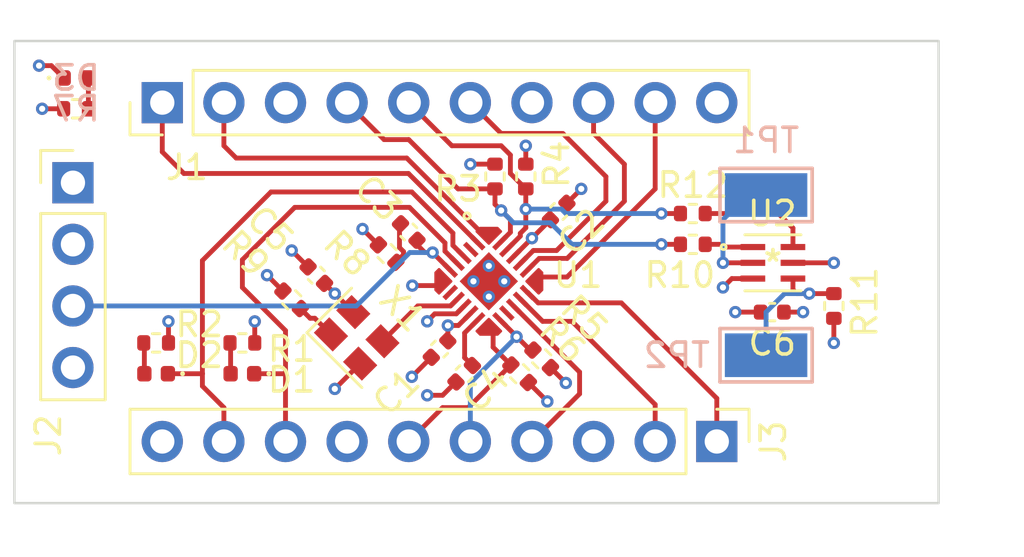
<source format=kicad_pcb>
(kicad_pcb (version 20211014) (generator pcbnew)
  (layers (0 "F.Cu" signal) (1 "In1.Cu" signal) (2 "In2.Cu" signal) (31 "B.Cu" signal) (34 "B.Paste" user) (35 "F.Paste" user) (36 "B.SilkS" user "B.Silkscreen") (37 "F.SilkS" user "F.Silkscreen") (38 "B.Mask" user) (39 "F.Mask" user) (44 "Edge.Cuts" user))
  (net 0 "")
  (net 1 "+3V3")
  (net 2 "GND")
  (net 3 "/RSTN")
  (net 4 "Net-(C3-Pad2)")
  (net 5 "Net-(C4-Pad1)")
  (net 6 "/P0.0")
  (net 7 "/P0.1")
  (net 8 "/P0.2")
  (net 9 "/P0.3")
  (net 10 "/P0.4")
  (net 11 "/P0.5")
  (net 12 "/P0.6")
  (net 13 "/P0.7")
  (net 14 "/P0.10")
  (net 15 "/P0.11")
  (net 16 "/P0.8")
  (net 17 "/P0.9")
  (net 18 "/P0.13")
  (net 19 "/P0.12")
  (net 20 "Net-(D3-Pad2)")
  (net 23 "Net-(U1-Pad9)")
  (net 25 "Net-(R9-Pad2)")
  (net 26 "Net-(TP1-Pad1)")
  (net 27 "Net-(R10-Pad2)")
  (net 28 "Net-(D1-Pad2)")
  (net 29 "Net-(D2-Pad2)")
  (net 30 "Net-(R11-Pad2)")
  (net 31 "Net-(R12-Pad2)")
  (footprint "Connector_PinHeader_2.54mm:PinHeader_1x04_P2.54mm_Vertical" (layer "F.Cu") (at 129.413 101.092)
    (fp_text reference "J2" (at -1.016 10.414 90) (layer "F.SilkS"))
    (fp_text value "Conn_01x04_Male")
    (fp_line (start -1.33 1.27) (end 1.33 1.27) (layer "F.SilkS") (width 0.12))
    (fp_line (start -1.33 1.27) (end -1.33 8.95) (layer "F.SilkS") (width 0.12))
    (fp_line (start -1.33 -1.33) (end 0 -1.33) (layer "F.SilkS") (width 0.12))
    (fp_line (start -1.33 8.95) (end 1.33 8.95) (layer "F.SilkS") (width 0.12))
    (fp_line (start -1.33 0) (end -1.33 -1.33) (layer "F.SilkS") (width 0.12))
    (fp_line (start 1.33 1.27) (end 1.33 8.95) (layer "F.SilkS") (width 0.12))
    (pad "1" thru_hole rect locked (at 0 0) (size 1.7 1.7) (drill 1) (layers *.Cu *.Mask) (net 1 "+3V3"))
    (pad "2" thru_hole oval locked (at 0 2.54) (size 1.7 1.7) (drill 1) (layers *.Cu *.Mask) (net 2 "GND"))
    (pad "3" thru_hole oval locked (at 0 5.08) (size 1.7 1.7) (drill 1) (layers *.Cu *.Mask) (net 3 "/RSTN"))
    (pad "4" thru_hole oval locked (at 0 7.62) (size 1.7 1.7) (drill 1) (layers *.Cu *.Mask) (net 2 "GND"))
  )
  (footprint "Connector_PinHeader_2.54mm:PinHeader_1x10_P2.54mm_Vertical" (layer "F.Cu") (at 155.956 111.76 -90)
    (fp_text reference "J3" (at 0 -2.33 90) (layer "F.SilkS"))
    (fp_text value "Conn_01x10_Male")
    (fp_line (start -1.33 1.27) (end -1.33 24.19) (layer "F.SilkS") (width 0.12))
    (fp_line (start -1.33 -1.33) (end 0 -1.33) (layer "F.SilkS") (width 0.12))
    (fp_line (start -1.33 24.19) (end 1.33 24.19) (layer "F.SilkS") (width 0.12))
    (fp_line (start 1.33 1.27) (end 1.33 24.19) (layer "F.SilkS") (width 0.12))
    (fp_line (start -1.33 1.27) (end 1.33 1.27) (layer "F.SilkS") (width 0.12))
    (fp_line (start -1.33 0) (end -1.33 -1.33) (layer "F.SilkS") (width 0.12))
    (pad "1" thru_hole rect locked (at 0 0 270) (size 1.7 1.7) (drill 1) (layers *.Cu *.Mask) (net 13 "/P0.7"))
    (pad "2" thru_hole oval locked (at 0 2.54 270) (size 1.7 1.7) (drill 1) (layers *.Cu *.Mask) (net 14 "/P0.10"))
    (pad "3" thru_hole oval locked (at 0 5.08 270) (size 1.7 1.7) (drill 1) (layers *.Cu *.Mask) (net 2 "GND"))
    (pad "4" thru_hole oval locked (at 0 7.62 270) (size 1.7 1.7) (drill 1) (layers *.Cu *.Mask) (net 15 "/P0.11"))
    (pad "5" thru_hole oval locked (at 0 10.16 270) (size 1.7 1.7) (drill 1) (layers *.Cu *.Mask) (net 16 "/P0.8"))
    (pad "6" thru_hole oval locked (at 0 12.7 270) (size 1.7 1.7) (drill 1) (layers *.Cu *.Mask) (net 17 "/P0.9"))
    (pad "7" thru_hole oval locked (at 0 15.24 270) (size 1.7 1.7) (drill 1) (layers *.Cu *.Mask) (net 2 "GND"))
    (pad "8" thru_hole oval locked (at 0 17.78 270) (size 1.7 1.7) (drill 1) (layers *.Cu *.Mask) (net 19 "/P0.12"))
    (pad "9" thru_hole oval locked (at 0 20.32 270) (size 1.7 1.7) (drill 1) (layers *.Cu *.Mask) (net 18 "/P0.13"))
    (pad "10" thru_hole oval locked (at 0 22.86 270) (size 1.7 1.7) (drill 1) (layers *.Cu *.Mask) (net 2 "GND"))
  )
  (footprint "Resistor_SMD:R_0402_1005Metric" (layer "F.Cu") (at 148.737376 108.351376 135)
    (fp_text reference "R5" (at -0.060987 2.424669 135) (layer "F.SilkS"))
    (fp_text value "10k")
    (fp_line (start -0.153641 0.38) (end 0.153641 0.38) (layer "F.SilkS") (width 0.12))
    (fp_line (start -0.153641 -0.38) (end 0.153641 -0.38) (layer "F.SilkS") (width 0.12))
    (pad "1" smd roundrect locked (at -0.51 0 135) (size 0.54 0.64) (layers "F.Cu" "F.Paste" "F.Mask") (net 1 "+3V3"))
    (pad "2" smd roundrect locked (at 0.51 0 135) (size 0.54 0.64) (layers "F.Cu" "F.Paste" "F.Mask") (net 16 "/P0.8"))
  )
  (footprint "LED_SMD:LED_0402_1005Metric" (layer "F.Cu") (at 129.517 96.774)
    (fp_text reference "D3" (at 0.023 0) (layer "B.SilkS") (effects (justify mirror)))
    (fp_text value "GRN")
    (fp_circle (center -1.09 0) (end -1.04 0) (layer "F.SilkS") (width 0.1) (fill none))
    (pad "1" smd roundrect locked (at -0.485 0) (size 0.59 0.64) (layers "F.Cu" "F.Paste" "F.Mask") (net 2 "GND"))
    (pad "2" smd roundrect locked (at 0.485 0) (size 0.59 0.64) (layers "F.Cu" "F.Paste" "F.Mask") (net 20 "Net-(D3-Pad2)"))
  )
  (footprint "Resistor_SMD:R_0402_1005Metric" (layer "F.Cu") (at 132.842 107.696 180)
    (fp_text reference "R2" (at -1.778 0.762) (layer "F.SilkS"))
    (fp_text value "10k")
    (fp_line (start -0.153641 0.38) (end 0.153641 0.38) (layer "F.SilkS") (width 0.12))
    (fp_line (start -0.153641 -0.38) (end 0.153641 -0.38) (layer "F.SilkS") (width 0.12))
    (pad "1" smd roundrect locked (at -0.51 0 180) (size 0.54 0.64) (layers "F.Cu" "F.Paste" "F.Mask") (net 1 "+3V3"))
    (pad "2" smd roundrect locked (at 0.51 0 180) (size 0.54 0.64) (layers "F.Cu" "F.Paste" "F.Mask") (net 29 "Net-(D2-Pad2)"))
  )
  (footprint "Resistor_SMD:R_0402_1005Metric" (layer "F.Cu") (at 138.43 105.918 -45)
    (fp_text reference "R9" (at -2.694077 0 135) (layer "F.SilkS"))
    (fp_text value "10k")
    (fp_line (start -0.153641 -0.38) (end 0.153641 -0.38) (layer "F.SilkS") (width 0.12))
    (fp_line (start -0.153641 0.38) (end 0.153641 0.38) (layer "F.SilkS") (width 0.12))
    (pad "1" smd roundrect locked (at -0.51 0 315) (size 0.54 0.64) (layers "F.Cu" "F.Paste" "F.Mask") (net 1 "+3V3"))
    (pad "2" smd roundrect locked (at 0.51 0 315) (size 0.54 0.64) (layers "F.Cu" "F.Paste" "F.Mask") (net 25 "Net-(R9-Pad2)"))
  )
  (footprint "Capacitor_SMD:C_0402_1005Metric" (layer "F.Cu") (at 144.526 107.95 -135)
    (fp_text reference "C1" (at 2.514472 0 45) (layer "F.SilkS"))
    (fp_text value "1u")
    (fp_line (start -0.107836 0.36) (end 0.107836 0.36) (layer "F.SilkS") (width 0.12))
    (fp_line (start -0.107836 -0.36) (end 0.107836 -0.36) (layer "F.SilkS") (width 0.12))
    (pad "1" smd roundrect locked (at -0.48 0 225) (size 0.56 0.62) (layers "F.Cu" "F.Paste" "F.Mask") (net 1 "+3V3"))
    (pad "2" smd roundrect locked (at 0.48 0 225) (size 0.56 0.62) (layers "F.Cu" "F.Paste" "F.Mask") (net 2 "GND"))
  )
  (footprint "Resistor_SMD:R_0402_1005Metric" (layer "F.Cu") (at 148.082 100.836001 -90)
    (fp_text reference "R4" (at -0.506001 -1.27 90) (layer "F.SilkS"))
    (fp_text value "10k")
    (fp_line (start -0.153641 0.38) (end 0.153641 0.38) (layer "F.SilkS") (width 0.12))
    (fp_line (start -0.153641 -0.38) (end 0.153641 -0.38) (layer "F.SilkS") (width 0.12))
    (pad "1" smd roundrect locked (at -0.51 0 270) (size 0.54 0.64) (layers "F.Cu" "F.Paste" "F.Mask") (net 1 "+3V3"))
    (pad "2" smd roundrect locked (at 0.51 0 270) (size 0.54 0.64) (layers "F.Cu" "F.Paste" "F.Mask") (net 9 "/P0.3"))
  )
  (footprint "Resistor_SMD:R_0402_1005Metric" (layer "F.Cu") (at 160.782 106.174 90)
    (fp_text reference "R11" (at 0.153641 1.27 90) (layer "F.SilkS"))
    (fp_text value "10k")
    (fp_line (start -0.153641 -0.38) (end 0.153641 -0.38) (layer "F.SilkS") (width 0.12))
    (fp_line (start -0.153641 0.38) (end 0.153641 0.38) (layer "F.SilkS") (width 0.12))
    (pad "1" smd roundrect locked (at -0.51 0 90) (size 0.54 0.64) (layers "F.Cu" "F.Paste" "F.Mask") (net 1 "+3V3"))
    (pad "2" smd roundrect locked (at 0.51 0 90) (size 0.54 0.64) (layers "F.Cu" "F.Paste" "F.Mask") (net 30 "Net-(R11-Pad2)"))
  )
  (footprint "footprints:MAX32660GTG&plus_" (layer "F.Cu") (at 146.558 105.156 -45)
    (fp_text reference "U1" (at 2.424669 -2.783879 180) (layer "F.SilkS"))
    (fp_text value "MAX32660GTG+")
    (fp_poly (pts (xy -1.8056 1.0984) (xy -1.0944 1.0984) (xy -1.0984 1.8056) (xy -1.3016 1.8056) (xy -1.8056 1.3016)) (layer "F.Cu") (width 0.1) (fill solid))
    (fp_poly (pts (xy -1.0984 -1.8056) (xy -1.0984 -1.0984) (xy -1.8056 -1.0984) (xy -1.8056 -1.3016) (xy -1.3016 -1.8056)) (layer "F.Cu") (width 0.1) (fill solid))
    (fp_poly (pts (xy 1.0984 1.8056) (xy 1.0986 1.0986) (xy 1.8056 1.0984) (xy 1.8056 1.3016) (xy 1.3016 1.8056)) (layer "F.Cu") (width 0.1) (fill solid))
    (fp_poly (pts (xy 1.0984 -1.8056) (xy 1.0986 -1.0984) (xy 1.8056 -1.0984) (xy 1.8056 -1.3016) (xy 1.3016 -1.8056)) (layer "F.Cu") (width 0.1) (fill solid))
    (fp_circle (center -2.54 -1.27) (end -2.413 -1.27) (layer "F.SilkS") (width 0.12) (fill none))
    (pad "1" smd rect (at -1.45 -1.2 315) (size 0.7112 0.2032) (layers "F.Cu" "F.Paste" "F.Mask") (net 7 "/P0.1"))
    (pad "2" smd rect (at -1.45 -0.800001 315) (size 0.7112 0.2032) (layers "F.Cu" "F.Paste" "F.Mask") (net 6 "/P0.0"))
    (pad "3" smd rect (at -1.45 -0.399999 315) (size 0.7112 0.2032) (layers "F.Cu" "F.Paste" "F.Mask"))
    (pad "4" smd rect (at -1.45 0 315) (size 0.7112 0.2032) (layers "F.Cu" "F.Paste" "F.Mask") (net 18 "/P0.13"))
    (pad "5" smd rect (at -1.45 0.399999 315) (size 0.7112 0.2032) (layers "F.Cu" "F.Paste" "F.Mask") (net 19 "/P0.12"))
    (pad "6" smd rect (at -1.45 0.800001 315) (size 0.7112 0.2032) (layers "F.Cu" "F.Paste" "F.Mask") (net 3 "/RSTN"))
    (pad "7" smd rect (at -1.2 1.45 45) (size 0.7112 0.2032) (layers "F.Cu" "F.Paste" "F.Mask") (net 2 "GND"))
    (pad "8" smd rect (at -0.800001 1.45 45) (size 0.7112 0.2032) (layers "F.Cu" "F.Paste" "F.Mask"))
    (pad "9" smd rect (at -0.399999 1.45 45) (size 0.7112 0.2032) (layers "F.Cu" "F.Paste" "F.Mask") (net 23 "Net-(U1-Pad9)"))
    (pad "10" smd rect (at 0 1.45 45) (size 0.7112 0.2032) (layers "F.Cu" "F.Paste" "F.Mask") (net 2 "GND"))
    (pad "11" smd rect (at 0.399999 1.45 45) (size 0.7112 0.2032) (layers "F.Cu" "F.Paste" "F.Mask") (net 1 "+3V3"))
    (pad "12" smd rect (at 0.800001 1.45 45) (size 0.7112 0.2032) (layers "F.Cu" "F.Paste" "F.Mask") (net 5 "Net-(C4-Pad1)"))
    (pad "13" smd rect (at 1.45 1.2 315) (size 0.7112 0.2032) (layers "F.Cu" "F.Paste" "F.Mask") (net 17 "/P0.9"))
    (pad "14" smd rect (at 1.45 0.800001 315) (size 0.7112 0.2032) (layers "F.Cu" "F.Paste" "F.Mask") (net 16 "/P0.8"))
    (pad "15" smd rect (at 1.45 0.399999 315) (size 0.7112 0.2032) (layers "F.Cu" "F.Paste" "F.Mask"))
    (pad "16" smd rect (at 1.45 0 315) (size 0.7112 0.2032) (layers "F.Cu" "F.Paste" "F.Mask") (net 15 "/P0.11"))
    (pad "17" smd rect (at 1.45 -0.399999 315) (size 0.7112 0.2032) (layers "F.Cu" "F.Paste" "F.Mask") (net 14 "/P0.10"))
    (pad "18" smd rect (at 1.45 -0.800001 315) (size 0.7112 0.2032) (layers "F.Cu" "F.Paste" "F.Mask") (net 13 "/P0.7"))
    (pad "19" smd rect (at 1.2 -1.45 45) (size 0.7112 0.2032) (layers "F.Cu" "F.Paste" "F.Mask") (net 12 "/P0.6"))
    (pad "20" smd rect (at 0.800001 -1.45 45) (size 0.7112 0.2032) (layers "F.Cu" "F.Paste" "F.Mask") (net 11 "/P0.5"))
    (pad "21" smd rect (at 0.399999 -1.45 45) (size 0.7112 0.2032) (layers "F.Cu" "F.Paste" "F.Mask") (net 10 "/P0.4"))
    (pad "22" smd rect (at 0 -1.45 45) (size 0.7112 0.2032) (layers "F.Cu" "F.Paste" "F.Mask") (net 1 "+3V3"))
    (pad "23" smd rect (at -0.399999 -1.45 45) (size 0.7112 0.2032) (layers "F.Cu" "F.Paste" "F.Mask") (net 9 "/P0.3"))
    (pad "24" smd rect (at -0.800001 -1.45 45) (size 0.7112 0.2032) (layers "F.Cu" "F.Paste" "F.Mask") (net 8 "/P0.2"))
    (pad "25" smd rect (at 0 0 315) (size 1.7018 1.7018) (layers "F.Cu" "F.Paste" "F.Mask") (net 2 "GND"))
  )
  (footprint "Resistor_SMD:R_0402_1005Metric" (layer "F.Cu") (at 154.968 103.632)
    (fp_text reference "R10" (at -0.536 1.27) (layer "F.SilkS"))
    (fp_text value "10k")
    (fp_line (start -0.153641 0.38) (end 0.153641 0.38) (layer "F.SilkS") (width 0.12))
    (fp_line (start -0.153641 -0.38) (end 0.153641 -0.38) (layer "F.SilkS") (width 0.12))
    (pad "1" smd roundrect locked (at -0.51 0) (size 0.54 0.64) (layers "F.Cu" "F.Paste" "F.Mask") (net 8 "/P0.2"))
    (pad "2" smd roundrect locked (at 0.51 0) (size 0.54 0.64) (layers "F.Cu" "F.Paste" "F.Mask") (net 27 "Net-(R10-Pad2)"))
  )
  (footprint "Capacitor_SMD:C_0402_1005Metric" (layer "F.Cu") (at 139.446 104.902 135)
    (fp_text reference "C5" (at 2.694077 0 135) (layer "F.SilkS"))
    (fp_text value "0.1u")
    (fp_line (start -0.107836 0.36) (end 0.107836 0.36) (layer "F.SilkS") (width 0.12))
    (fp_line (start -0.107836 -0.36) (end 0.107836 -0.36) (layer "F.SilkS") (width 0.12))
    (pad "1" smd roundrect locked (at -0.48 0 135) (size 0.56 0.62) (layers "F.Cu" "F.Paste" "F.Mask") (net 1 "+3V3"))
    (pad "2" smd roundrect locked (at 0.48 0 135) (size 0.56 0.62) (layers "F.Cu" "F.Paste" "F.Mask") (net 2 "GND"))
  )
  (footprint "Connector_PinHeader_2.54mm:PinHeader_1x10_P2.54mm_Vertical" (layer "F.Cu") (at 133.096 97.79 90)
    (fp_text reference "J1" (at -2.667 1.016) (layer "F.SilkS"))
    (fp_text value "Conn_01x10_Male")
    (fp_line (start 1.33 1.27) (end 1.33 24.19) (layer "F.SilkS") (width 0.12))
    (fp_line (start -1.33 1.27) (end -1.33 24.19) (layer "F.SilkS") (width 0.12))
    (fp_line (start -1.33 1.27) (end 1.33 1.27) (layer "F.SilkS") (width 0.12))
    (fp_line (start -1.33 24.19) (end 1.33 24.19) (layer "F.SilkS") (width 0.12))
    (fp_line (start -1.33 -1.33) (end 0 -1.33) (layer "F.SilkS") (width 0.12))
    (fp_line (start -1.33 0) (end -1.33 -1.33) (layer "F.SilkS") (width 0.12))
    (pad "1" thru_hole rect locked (at 0 0 90) (size 1.7 1.7) (drill 1) (layers *.Cu *.Mask) (net 6 "/P0.0"))
    (pad "2" thru_hole oval locked (at 0 2.54 90) (size 1.7 1.7) (drill 1) (layers *.Cu *.Mask) (net 7 "/P0.1"))
    (pad "3" thru_hole oval locked (at 0 5.08 90) (size 1.7 1.7) (drill 1) (layers *.Cu *.Mask) (net 2 "GND"))
    (pad "4" thru_hole oval locked (at 0 7.62 90) (size 1.7 1.7) (drill 1) (layers *.Cu *.Mask) (net 8 "/P0.2"))
    (pad "5" thru_hole oval locked (at 0 10.16 90) (size 1.7 1.7) (drill 1) (layers *.Cu *.Mask) (net 9 "/P0.3"))
    (pad "6" thru_hole oval locked (at 0 12.7 90) (size 1.7 1.7) (drill 1) (layers *.Cu *.Mask) (net 10 "/P0.4"))
    (pad "7" thru_hole oval locked (at 0 15.24 90) (size 1.7 1.7) (drill 1) (layers *.Cu *.Mask) (net 2 "GND"))
    (pad "8" thru_hole oval locked (at 0 17.78 90) (size 1.7 1.7) (drill 1) (layers *.Cu *.Mask) (net 11 "/P0.5"))
    (pad "9" thru_hole oval locked (at 0 20.32 90) (size 1.7 1.7) (drill 1) (layers *.Cu *.Mask) (net 12 "/P0.6"))
    (pad "10" thru_hole oval locked (at 0 22.86 90) (size 1.7 1.7) (drill 1) (layers *.Cu *.Mask) (net 2 "GND"))
  )
  (footprint "footprints:UDFN-6L" (layer "F.Cu") (at 158.27 104.394)
    (fp_text reference "U2" (at -0.028 -2.032) (layer "F.SilkS"))
    (fp_text value "STTS751-1DP3F")
    (fp_text user "*" (at 0 0) (layer "F.SilkS"))
    (fp_line (start 1.1557 -1.1557) (end -1.1557 -1.1557) (layer "F.SilkS") (width 0.12))
    (fp_line (start -1.1557 1.1557) (end 1.1557 1.1557) (layer "F.SilkS") (width 0.12))
    (fp_circle (center -2.034286 -0.649986) (end -1.932686 -0.649986) (layer "F.SilkS") (width 0.12) (fill none))
    (pad "1" smd rect (at -0.8255 -0.649986) (size 1.016 0.254) (layers "F.Cu" "F.Paste" "F.Mask") (net 27 "Net-(R10-Pad2)"))
    (pad "2" smd rect (at -0.8255 0) (size 1.016 0.254) (layers "F.Cu" "F.Paste" "F.Mask") (net 26 "Net-(TP1-Pad1)"))
    (pad "3" smd rect (at -0.8255 0.649986) (size 1.016 0.254) (layers "F.Cu" "F.Paste" "F.Mask") (net 1 "+3V3"))
    (pad "4" smd rect (at 0.8255 0.649986) (size 1.016 0.254) (layers "F.Cu" "F.Paste" "F.Mask") (net 30 "Net-(R11-Pad2)"))
    (pad "5" smd rect (at 0.8255 0) (size 1.016 0.254) (layers "F.Cu" "F.Paste" "F.Mask") (net 2 "GND"))
    (pad "6" smd rect (at 0.8255 -0.649986) (size 1.016 0.254) (layers "F.Cu" "F.Paste" "F.Mask") (net 31 "Net-(R12-Pad2)"))
  )
  (footprint "Resistor_SMD:R_0402_1005Metric" (layer "F.Cu") (at 154.968 102.362)
    (fp_text reference "R12" (at 0 -1.17) (layer "F.SilkS"))
    (fp_text value "10k")
    (fp_line (start -0.153641 0.38) (end 0.153641 0.38) (layer "F.SilkS") (width 0.12))
    (fp_line (start -0.153641 -0.38) (end 0.153641 -0.38) (layer "F.SilkS") (width 0.12))
    (pad "1" smd roundrect locked (at -0.51 0) (size 0.54 0.64) (layers "F.Cu" "F.Paste" "F.Mask") (net 9 "/P0.3"))
    (pad "2" smd roundrect locked (at 0.51 0) (size 0.54 0.64) (layers "F.Cu" "F.Paste" "F.Mask") (net 31 "Net-(R12-Pad2)"))
  )
  (footprint "Capacitor_SMD:C_0402_1005Metric" (layer "F.Cu") (at 158.242 106.426)
    (fp_text reference "C6" (at 0 1.27) (layer "F.SilkS"))
    (fp_text value "0.1u")
    (fp_line (start -0.107836 -0.36) (end 0.107836 -0.36) (layer "F.SilkS") (width 0.12))
    (fp_line (start -0.107836 0.36) (end 0.107836 0.36) (layer "F.SilkS") (width 0.12))
    (pad "1" smd roundrect locked (at -0.48 0) (size 0.56 0.62) (layers "F.Cu" "F.Paste" "F.Mask") (net 1 "+3V3"))
    (pad "2" smd roundrect locked (at 0.48 0) (size 0.56 0.62) (layers "F.Cu" "F.Paste" "F.Mask") (net 2 "GND"))
  )
  (footprint "LED_SMD:LED_0402_1005Metric" (layer "F.Cu") (at 136.398 108.966 180)
    (fp_text reference "D1" (at -2.032 -0.254) (layer "F.SilkS"))
    (fp_text value "RED")
    (fp_circle (center -1.09 0) (end -1.04 0) (layer "F.SilkS") (width 0.1) (fill none))
    (pad "1" smd roundrect locked (at -0.485 0 180) (size 0.59 0.64) (layers "F.Cu" "F.Paste" "F.Mask") (net 19 "/P0.12"))
    (pad "2" smd roundrect locked (at 0.485 0 180) (size 0.59 0.64) (layers "F.Cu" "F.Paste" "F.Mask") (net 28 "Net-(D1-Pad2)"))
  )
  (footprint "Capacitor_SMD:C_0402_1005Metric" (layer "F.Cu") (at 149.437411 102.276589 45)
    (fp_text reference "C2" (at 0.058816 1.257236 45) (layer "F.SilkS"))
    (fp_text value "1u")
    (fp_line (start -0.107836 -0.36) (end 0.107836 -0.36) (layer "F.SilkS") (width 0.12))
    (fp_line (start -0.107836 0.36) (end 0.107836 0.36) (layer "F.SilkS") (width 0.12))
    (pad "1" smd roundrect locked (at -0.48 0 45) (size 0.56 0.62) (layers "F.Cu" "F.Paste" "F.Mask") (net 1 "+3V3"))
    (pad "2" smd roundrect locked (at 0.48 0 45) (size 0.56 0.62) (layers "F.Cu" "F.Paste" "F.Mask") (net 2 "GND"))
  )
  (footprint "Capacitor_SMD:C_0402_1005Metric" (layer "F.Cu") (at 143.256 103.124 135)
    (fp_text reference "C3" (at 1.885854 0.089803 135) (layer "F.SilkS"))
    (fp_text value "0.1u")
    (fp_line (start -0.107836 -0.36) (end 0.107836 -0.36) (layer "F.SilkS") (width 0.12))
    (fp_line (start -0.107836 0.36) (end 0.107836 0.36) (layer "F.SilkS") (width 0.12))
    (pad "1" smd roundrect locked (at -0.48 0 135) (size 0.56 0.62) (layers "F.Cu" "F.Paste" "F.Mask") (net 3 "/RSTN"))
    (pad "2" smd roundrect locked (at 0.48 0 135) (size 0.56 0.62) (layers "F.Cu" "F.Paste" "F.Mask") (net 4 "Net-(C3-Pad2)"))
  )
  (footprint "Resistor_SMD:R_0402_1005Metric" (layer "F.Cu") (at 142.367 104.013 135)
    (fp_text reference "R8" (at 1.167433 -1.167433 135) (layer "F.SilkS"))
    (fp_text value "10")
    (fp_line (start -0.153641 0.38) (end 0.153641 0.38) (layer "F.SilkS") (width 0.12))
    (fp_line (start -0.153641 -0.38) (end 0.153641 -0.38) (layer "F.SilkS") (width 0.12))
    (pad "1" smd roundrect locked (at -0.51 0 135) (size 0.54 0.64) (layers "F.Cu" "F.Paste" "F.Mask") (net 4 "Net-(C3-Pad2)"))
    (pad "2" smd roundrect locked (at 0.51 0 135) (size 0.54 0.64) (layers "F.Cu" "F.Paste" "F.Mask") (net 2 "GND"))
  )
  (footprint "Resistor_SMD:R_0402_1005Metric" (layer "F.Cu") (at 147.828 108.966 135)
    (fp_text reference "R6" (at -0.269408 2.245064 135) (layer "F.SilkS"))
    (fp_text value "10k")
    (fp_line (start -0.153641 -0.38) (end 0.153641 -0.38) (layer "F.SilkS") (width 0.12))
    (fp_line (start -0.153641 0.38) (end 0.153641 0.38) (layer "F.SilkS") (width 0.12))
    (pad "1" smd roundrect locked (at -0.51 0 135) (size 0.54 0.64) (layers "F.Cu" "F.Paste" "F.Mask") (net 1 "+3V3"))
    (pad "2" smd roundrect locked (at 0.51 0 135) (size 0.54 0.64) (layers "F.Cu" "F.Paste" "F.Mask") (net 17 "/P0.9"))
  )
  (footprint "Resistor_SMD:R_0402_1005Metric" (layer "F.Cu") (at 129.54 98.044)
    (fp_text reference "R7" (at 0 0) (layer "B.SilkS") (effects (justify mirror)))
    (fp_text value "10k")
    (fp_line (start -0.153641 -0.38) (end 0.153641 -0.38) (layer "F.SilkS") (width 0.12))
    (fp_line (start -0.153641 0.38) (end 0.153641 0.38) (layer "F.SilkS") (width 0.12))
    (pad "1" smd roundrect locked (at -0.51 0) (size 0.54 0.64) (layers "F.Cu" "F.Paste" "F.Mask") (net 1 "+3V3"))
    (pad "2" smd roundrect locked (at 0.51 0) (size 0.54 0.64) (layers "F.Cu" "F.Paste" "F.Mask") (net 20 "Net-(D3-Pad2)"))
  )
  (footprint "Oscillator:Oscillator_SMD_SeikoEpson_SG210-4Pin_2.5x2.0mm" (layer "F.Cu") (at 141.111421 107.48666 -45)
    (fp_text reference "X1" (at 0.497039 -2.176644 -225) (layer "F.SilkS"))
    (fp_text value "SG-210STF")
    (fp_line (start -1.6 1.3) (end 1.6 1.3) (layer "F.SilkS") (width 0.12))
    (fp_line (start -1.6 -1.3) (end -1.6 1.3) (layer "F.SilkS") (width 0.12))
    (pad "1" smd rect locked (at -0.85 0.65 315) (size 1.1 0.9) (layers "F.Cu" "F.Paste" "F.Mask") (net 25 "Net-(R9-Pad2)"))
    (pad "2" smd rect locked (at 0.85 0.65 315) (size 1.1 0.9) (layers "F.Cu" "F.Paste" "F.Mask") (net 2 "GND"))
    (pad "3" smd rect locked (at 0.85 -0.65 315) (size 1.1 0.9) (layers "F.Cu" "F.Paste" "F.Mask") (net 23 "Net-(U1-Pad9)"))
    (pad "4" smd rect locked (at -0.85 -0.65 315) (size 1.1 0.9) (layers "F.Cu" "F.Paste" "F.Mask") (net 1 "+3V3"))
  )
  (footprint "Resistor_SMD:R_0402_1005Metric" (layer "F.Cu") (at 136.398 107.696 180)
    (fp_text reference "R1" (at -2.032 -0.254) (layer "F.SilkS"))
    (fp_text value "10k")
    (fp_line (start -0.153641 0.38) (end 0.153641 0.38) (layer "F.SilkS") (width 0.12))
    (fp_line (start -0.153641 -0.38) (end 0.153641 -0.38) (layer "F.SilkS") (width 0.12))
    (pad "1" smd roundrect locked (at -0.51 0 180) (size 0.54 0.64) (layers "F.Cu" "F.Paste" "F.Mask") (net 1 "+3V3"))
    (pad "2" smd roundrect locked (at 0.51 0 180) (size 0.54 0.64) (layers "F.Cu" "F.Paste" "F.Mask") (net 28 "Net-(D1-Pad2)"))
  )
  (footprint "LED_SMD:LED_0402_1005Metric" (layer "F.Cu") (at 132.842 108.966 180)
    (fp_text reference "D2" (at -1.778 0.762) (layer "F.SilkS"))
    (fp_text value "RED")
    (fp_circle (center -1.09 0) (end -1.04 0) (layer "F.SilkS") (width 0.1) (fill none))
    (pad "1" smd roundrect locked (at -0.485 0 180) (size 0.59 0.64) (layers "F.Cu" "F.Paste" "F.Mask") (net 18 "/P0.13"))
    (pad "2" smd roundrect locked (at 0.485 0 180) (size 0.59 0.64) (layers "F.Cu" "F.Paste" "F.Mask") (net 29 "Net-(D2-Pad2)"))
  )
  (footprint "Capacitor_SMD:C_0402_1005Metric" (layer "F.Cu") (at 145.542 108.966 -135)
    (fp_text reference "C4" (at -0.179605 -1.077631 45) (layer "F.SilkS"))
    (fp_text value "1u")
    (fp_line (start -0.107836 -0.36) (end 0.107836 -0.36) (layer "F.SilkS") (width 0.12))
    (fp_line (start -0.107836 0.36) (end 0.107836 0.36) (layer "F.SilkS") (width 0.12))
    (pad "1" smd roundrect locked (at -0.48 0 225) (size 0.56 0.62) (layers "F.Cu" "F.Paste" "F.Mask") (net 5 "Net-(C4-Pad1)"))
    (pad "2" smd roundrect locked (at 0.48 0 225) (size 0.56 0.62) (layers "F.Cu" "F.Paste" "F.Mask") (net 2 "GND"))
  )
  (footprint "Resistor_SMD:R_0402_1005Metric" (layer "F.Cu") (at 146.812 100.836001 -90)
    (fp_text reference "R3" (at 0.509999 1.524 180) (layer "F.SilkS"))
    (fp_text value "10k")
    (fp_line (start -0.153641 -0.38) (end 0.153641 -0.38) (layer "F.SilkS") (width 0.12))
    (fp_line (start -0.153641 0.38) (end 0.153641 0.38) (layer "F.SilkS") (width 0.12))
    (pad "1" smd roundrect locked (at -0.51 0 270) (size 0.54 0.64) (layers "F.Cu" "F.Paste" "F.Mask") (net 1 "+3V3"))
    (pad "2" smd roundrect locked (at 0.51 0 270) (size 0.54 0.64) (layers "F.Cu" "F.Paste" "F.Mask") (net 8 "/P0.2"))
  )
  (footprint "TestPoint:TestPoint_Keystone_5015_Micro-Minature" (layer "B.Cu") (at 157.988 101.6 180)
    (fp_text reference "TP1" (at 0 2.25) (layer "B.SilkS") (effects (justify mirror)))
    (fp_text value "TestPoint")
    (fp_line (start -1.9 -1.1) (end -1.9 1.1) (layer "B.SilkS") (width 0.15))
    (fp_line (start 1.9 1.1) (end 1.9 -1.1) (layer "B.SilkS") (width 0.15))
    (fp_line (start -1.9 1.1) (end 1.9 1.1) (layer "B.SilkS") (width 0.15))
    (fp_line (start 1.9 -1.1) (end -1.9 -1.1) (layer "B.SilkS") (width 0.15))
    (pad "1" smd rect locked (at 0 0 180) (size 3.4 1.8) (layers "B.Cu" "B.Paste" "B.Mask") (net 26 "Net-(TP1-Pad1)"))
  )
  (footprint "TestPoint:TestPoint_Keystone_5015_Micro-Minature" (layer "B.Cu") (at 157.988 108.204 180)
    (fp_text reference "TP2" (at 3.683 0) (layer "B.SilkS") (effects (justify mirror)))
    (fp_text value "TestPoint")
    (fp_line (start -1.9 1.1) (end 1.9 1.1) (layer "B.SilkS") (width 0.15))
    (fp_line (start 1.9 -1.1) (end -1.9 -1.1) (layer "B.SilkS") (width 0.15))
    (fp_line (start -1.9 -1.1) (end -1.9 1.1) (layer "B.SilkS") (width 0.15))
    (fp_line (start 1.9 1.1) (end 1.9 -1.1) (layer "B.SilkS") (width 0.15))
    (pad "1" smd rect locked (at 0 0 180) (size 3.4 1.8) (layers "B.Cu" "B.Paste" "B.Mask") (net 30 "Net-(R11-Pad2)"))
  )
  (gr_rect (start 127 95.25) (end 165.1 114.3) (layer "Edge.Cuts") (width 0.1) (fill none))
  (segment (start 145.799999 100.326001) (end 145.796 100.33) (width 0.2) (layer "F.Cu") (net 1))
  (segment (start 140.97 106.426) (end 140.208 105.664) (width 0.2) (layer "F.Cu") (net 1))
  (segment (start 145.30298 106.97702) (end 145.815537 106.464463) (width 0.2) (layer "F.Cu") (net 1))
  (segment (start 160.782 106.684) (end 160.782 107.696) (width 0.2) (layer "F.Cu") (net 1))
  (segment (start 144.87 106.97702) (end 144.87 107.606) (width 0.2) (layer "F.Cu") (net 1))
  (segment (start 149.098 108.712) (end 149.733 109.347) (width 0.2) (layer "F.Cu") (net 1))
  (segment (start 139.785411 105.241411) (end 140.208 105.664) (width 0.2) (layer "F.Cu") (net 1))
  (segment (start 136.908 107.696) (end 136.908 106.809) (width 0.2) (layer "F.Cu") (net 1))
  (segment (start 148.188624 109.326624) (end 148.971 110.109) (width 0.2) (layer "F.Cu") (net 1))
  (segment (start 148.082 100.326001) (end 148.082 99.568) (width 0.2) (layer "F.Cu") (net 1))
  (segment (start 147.583305 104.130695) (end 148.336 103.378) (width 0.2) (layer "F.Cu") (net 1))
  (segment (start 149.098 102.616) (end 148.336 103.378) (width 0.2) (layer "F.Cu") (net 1))
  (segment (start 129.03 98.044) (end 128.143 98.044) (width 0.2) (layer "F.Cu") (net 1))
  (segment (start 157.4445 105.043986) (end 156.576014 105.043986) (width 0.2) (layer "F.Cu") (net 1))
  (segment (start 157.762 106.426) (end 156.718 106.426) (width 0.2) (layer "F.Cu") (net 1))
  (segment (start 156.576014 105.043986) (end 156.21 105.41) (width 0.2) (layer "F.Cu") (net 1))
  (segment (start 133.35 106.807) (end 133.352 106.809) (width 0.2) (layer "F.Cu") (net 1))
  (segment (start 138.069376 105.557376) (end 137.414 104.902) (width 0.2) (layer "F.Cu") (net 1))
  (segment (start 144.87 106.97702) (end 145.30298 106.97702) (width 0.2) (layer "F.Cu") (net 1))
  (segment (start 144.87 107.606) (end 144.865411 107.610589) (width 0.2) (layer "F.Cu") (net 1))
  (segment (start 145.815537 106.464463) (end 145.815537 106.464147) (width 0.2) (layer "F.Cu") (net 1))
  (segment (start 133.352 106.809) (end 133.352 107.696) (width 0.2) (layer "F.Cu") (net 1))
  (segment (start 146.812 100.326001) (end 145.799999 100.326001) (width 0.2) (layer "F.Cu") (net 1))
  (via (at 140.208 105.664) (size 0.508) (drill 0.254) (layers "F.Cu" "B.Cu") (net 1))
  (via (at 148.336 103.378) (size 0.508) (drill 0.254) (layers "F.Cu" "B.Cu") (net 1))
  (via (at 149.733 109.347) (size 0.508) (drill 0.254) (layers "F.Cu" "B.Cu") (net 1))
  (via (at 148.971 110.109) (size 0.508) (drill 0.254) (layers "F.Cu" "B.Cu") (net 1))
  (via (at 148.082 99.568) (size 0.508) (drill 0.254) (layers "F.Cu" "B.Cu") (net 1))
  (via (at 160.782 107.696) (size 0.508) (drill 0.254) (layers "F.Cu" "B.Cu") (net 1))
  (via (at 136.908 106.809) (size 0.508) (drill 0.254) (layers "F.Cu" "B.Cu") (net 1))
  (via (at 137.414 104.902) (size 0.508) (drill 0.254) (layers "F.Cu" "B.Cu") (net 1))
  (via (at 145.796 100.33) (size 0.508) (drill 0.254) (layers "F.Cu" "B.Cu") (net 1))
  (via (at 128.143 98.044) (size 0.508) (drill 0.254) (layers "F.Cu" "B.Cu") (net 1))
  (via (at 133.35 106.807) (size 0.508) (drill 0.254) (layers "F.Cu" "B.Cu") (net 1))
  (via (at 156.21 105.41) (size 0.508) (drill 0.254) (layers "F.Cu" "B.Cu") (net 1))
  (via (at 144.87 106.97702) (size 0.508) (drill 0.254) (layers "F.Cu" "B.Cu") (net 1))
  (via (at 156.718 106.426) (size 0.508) (drill 0.254) (layers "F.Cu" "B.Cu") (net 1))
  (segment (start 129.032 96.774) (end 128.524 96.266) (width 0.2) (layer "F.Cu") (net 2))
  (segment (start 144.186589 108.289411) (end 143.51 108.966) (width 0.2) (layer "F.Cu") (net 2))
  (segment (start 145.532695 106.181305) (end 145.21748 106.49652) (width 0.2) (layer "F.Cu") (net 2))
  (segment (start 145.21748 106.49652) (end 144.32848 106.49652) (width 0.2) (layer "F.Cu") (net 2))
  (segment (start 144.32848 106.49652) (end 144.018 106.807) (width 0.2) (layer "F.Cu") (net 2))
  (segment (start 128.524 96.266) (end 128.016 96.266) (width 0.2) (layer "F.Cu") (net 2))
  (segment (start 159.0955 104.394) (end 160.782 104.394) (width 0.2) (layer "F.Cu") (net 2))
  (segment (start 143.51 108.966) (end 143.383 109.093) (width 0.2) (layer "F.Cu") (net 2))
  (segment (start 139.106589 104.562589) (end 138.43 103.886) (width 0.2) (layer "F.Cu") (net 2))
  (segment (start 142.002376 103.652376) (end 141.35 103) (width 0.2) (layer "F.Cu") (net 2))
  (segment (start 145.202589 109.305411) (end 144.653 109.855) (width 0.2) (layer "F.Cu") (net 2))
  (segment (start 149.776822 101.937178) (end 150.368 101.346) (width 0.2) (layer "F.Cu") (net 2))
  (segment (start 142.006376 103.652376) (end 142.002376 103.652376) (width 0.2) (layer "F.Cu") (net 2))
  (segment (start 144.684167 105.332777) (end 143.402777 105.332777) (width 0.2) (layer "F.Cu") (net 2))
  (segment (start 158.722 106.426) (end 159.512 106.426) (width 0.2) (layer "F.Cu") (net 2))
  (segment (start 141.252842 108.54732) (end 140.208 109.592162) (width 0.2) (layer "F.Cu") (net 2))
  (segment (start 144.653 109.855) (end 144.018 109.855) (width 0.2) (layer "F.Cu") (net 2))
  (via (at 143.402777 105.332777) (size 0.508) (drill 0.254) (layers "F.Cu" "B.Cu") (net 2))
  (via (at 146.558 105.791) (size 0.508) (drill 0.254) (layers "F.Cu" "B.Cu") (net 2))
  (via (at 138.43 103.886) (size 0.508) (drill 0.254) (layers "F.Cu" "B.Cu") (net 2))
  (via (at 144.018 106.807) (size 0.508) (drill 0.254) (layers "F.Cu" "B.Cu") (net 2))
  (via (at 145.923 105.156) (size 0.508) (drill 0.254) (layers "F.Cu" "B.Cu") (net 2))
  (via (at 141.35 103) (size 0.508) (drill 0.254) (layers "F.Cu" "B.Cu") (net 2))
  (via (at 160.782 104.394) (size 0.508) (drill 0.254) (layers "F.Cu" "B.Cu") (net 2))
  (via (at 147.193 105.156) (size 0.508) (drill 0.254) (layers "F.Cu" "B.Cu") (net 2))
  (via (at 150.368 101.346) (size 0.508) (drill 0.254) (layers "F.Cu" "B.Cu") (net 2))
  (via (at 159.512 106.426) (size 0.508) (drill 0.254) (layers "F.Cu" "B.Cu") (net 2))
  (via (at 146.558 104.521) (size 0.508) (drill 0.254) (layers "F.Cu" "B.Cu") (net 2))
  (via (at 140.208 109.592162) (size 0.508) (drill 0.254) (layers "F.Cu" "B.Cu") (net 2))
  (via (at 143.383 109.093) (size 0.508) (drill 0.254) (layers "F.Cu" "B.Cu") (net 2))
  (via (at 144.018 109.855) (size 0.508) (drill 0.254) (layers "F.Cu" "B.Cu") (net 2))
  (via (at 128.016 96.266) (size 0.508) (drill 0.254) (layers "F.Cu" "B.Cu") (net 2))
  (segment (start 143.595411 103.645411) (end 143.595411 103.463411) (width 0.2) (layer "F.Cu") (net 3))
  (segment (start 144.240628 103.97) (end 144.967009 104.696381) (width 0.2) (layer "F.Cu") (net 3))
  (segment (start 144.24 103.97) (end 144.240628 103.97) (width 0.2) (layer "F.Cu") (net 3))
  (segment (start 143.92 103.97) (end 143.595411 103.645411) (width 0.2) (layer "F.Cu") (net 3))
  (segment (start 144.24 103.97) (end 143.92 103.97) (width 0.2) (layer "F.Cu") (net 3))
  (via (at 144.24 103.97) (size 0.508) (drill 0.254) (layers "F.Cu" "B.Cu") (net 3))
  (segment (start 143.299 103.97) (end 144.24 103.97) (width 0.2) (layer "B.Cu") (net 3))
  (segment (start 129.413 106.172) (end 141.097 106.172) (width 0.2) (layer "B.Cu") (net 3))
  (segment (start 141.097 106.172) (end 143.299 103.97) (width 0.2) (layer "B.Cu") (net 3))
  (segment (start 143.04 103.93) (end 142.875 103.765) (width 0.2) (layer "F.Cu") (net 4))
  (segment (start 143.04 104.061248) (end 143.04 103.93) (width 0.2) (layer "F.Cu") (net 4))
  (segment (start 142.727624 104.373624) (end 143.04 104.061248) (width 0.2) (layer "F.Cu") (net 4))
  (segment (start 142.875 103.765) (end 142.875 102.826178) (width 0.2) (layer "F.Cu") (net 4))
  (segment (start 142.875 102.826178) (end 142.916589 102.784589) (width 0.2) (layer "F.Cu") (net 4))
  (segment (start 146.098381 106.746991) (end 145.56 107.285372) (width 0.2) (layer "F.Cu") (net 5))
  (segment (start 145.56 108.305178) (end 145.881411 108.626589) (width 0.2) (layer "F.Cu") (net 5))
  (segment (start 145.56 107.285372) (end 145.56 108.305178) (width 0.2) (layer "F.Cu") (net 5))
  (segment (start 133.096 99.822) (end 133.096 97.79) (width 0.2) (layer "F.Cu") (net 6))
  (segment (start 146.098381 103.565009) (end 143.244372 100.711) (width 0.2) (layer "F.Cu") (net 6))
  (segment (start 143.244372 100.711) (end 133.985 100.711) (width 0.2) (layer "F.Cu") (net 6))
  (segment (start 133.985 100.711) (end 133.096 99.822) (width 0.2) (layer "F.Cu") (net 6))
  (segment (start 146.381223 103.282167) (end 143.175056 100.076) (width 0.2) (layer "F.Cu") (net 7))
  (segment (start 135.636 99.568) (end 135.636 97.79) (width 0.2) (layer "F.Cu") (net 7))
  (segment (start 143.175056 100.076) (end 136.144 100.076) (width 0.2) (layer "F.Cu") (net 7))
  (segment (start 136.144 100.076) (end 135.636 99.568) (width 0.2) (layer "F.Cu") (net 7))
  (segment (start 147.066 102.235) (end 146.812 101.981) (width 0.2) (layer "F.Cu") (net 8))
  (segment (start 145.288001 101.346001) (end 146.812 101.346001) (width 0.2) (layer "F.Cu") (net 8))
  (segment (start 140.716 97.79) (end 142.24 99.314) (width 0.2) (layer "F.Cu") (net 8))
  (segment (start 146.812 101.981) (end 146.812 101.346001) (width 0.2) (layer "F.Cu") (net 8))
  (segment (start 142.24 99.314) (end 143.256 99.314) (width 0.2) (layer "F.Cu") (net 8))
  (segment (start 154.458 103.632) (end 153.67 103.632) (width 0.2) (layer "F.Cu") (net 8))
  (segment (start 147.066 102.235) (end 147.447 102.616) (width 0.2) (layer "F.Cu") (net 8))
  (segment (start 147.447 103.135628) (end 147.017619 103.565009) (width 0.2) (layer "F.Cu") (net 8))
  (segment (start 147.447 102.616) (end 147.447 103.135628) (width 0.2) (layer "F.Cu") (net 8))
  (segment (start 143.256 99.314) (end 145.288001 101.346001) (width 0.2) (layer "F.Cu") (net 8))
  (via (at 153.67 103.632) (size 0.508) (drill 0.254) (layers "F.Cu" "B.Cu") (net 8))
  (via (at 147.066 102.235) (size 0.508) (drill 0.254) (layers "F.Cu" "B.Cu") (net 8))
  (segment (start 149.987 103.632) (end 153.67 103.632) (width 0.2) (layer "B.Cu") (net 8))
  (segment (start 149.098 102.743) (end 149.987 103.632) (width 0.2) (layer "B.Cu") (net 8))
  (segment (start 147.574 102.743) (end 149.098 102.743) (width 0.2) (layer "B.Cu") (net 8))
  (segment (start 147.066 102.235) (end 147.574 102.743) (width 0.2) (layer "B.Cu") (net 8))
  (segment (start 147.447 99.949) (end 147.447 100.711001) (width 0.2) (layer "F.Cu") (net 9))
  (segment (start 148.082 102.952454) (end 148.082 101.346001) (width 0.2) (layer "F.Cu") (net 9))
  (segment (start 143.256 97.79) (end 145.034 99.568) (width 0.2) (layer "F.Cu") (net 9))
  (segment (start 154.458 102.362) (end 153.67 102.362) (width 0.2) (layer "F.Cu") (net 9))
  (segment (start 147.447 100.711001) (end 148.082 101.346001) (width 0.2) (layer "F.Cu") (net 9))
  (segment (start 147.855489 103.292827) (end 147.855489 103.178965) (width 0.2) (layer "F.Cu") (net 9))
  (segment (start 147.855489 103.178965) (end 148.082 102.952454) (width 0.2) (layer "F.Cu") (net 9))
  (segment (start 147.300463 103.847853) (end 147.855489 103.292827) (width 0.2) (layer "F.Cu") (net 9))
  (segment (start 147.066 99.568) (end 147.447 99.949) (width 0.2) (layer "F.Cu") (net 9))
  (segment (start 145.034 99.568) (end 147.066 99.568) (width 0.2) (layer "F.Cu") (net 9))
  (via (at 153.67 102.362) (size 0.508) (drill 0.254) (layers "F.Cu" "B.Cu") (net 9))
  (via (at 148.082 102.18052) (size 0.508) (drill 0.254) (layers "F.Cu" "B.Cu") (net 9))
  (segment (start 149.733 102.362) (end 153.67 102.362) (width 0.2) (layer "B.Cu") (net 9))
  (segment (start 148.082 102.18052) (end 149.55152 102.18052) (width 0.2) (layer "B.Cu") (net 9))
  (segment (start 149.55152 102.18052) (end 149.733 102.362) (width 0.2) (layer "B.Cu") (net 9))
  (segment (start 151.384 101.854) (end 149.352 103.886) (width 0.2) (layer "F.Cu") (net 10))
  (segment (start 145.796 97.79) (end 147.066 99.06) (width 0.2) (layer "F.Cu") (net 10))
  (segment (start 147.066 99.06) (end 149.606 99.06) (width 0.2) (layer "F.Cu") (net 10))
  (segment (start 149.606 99.06) (end 151.384 100.838) (width 0.2) (layer "F.Cu") (net 10))
  (segment (start 148.393684 103.886) (end 147.866147 104.413537) (width 0.2) (layer "F.Cu") (net 10))
  (segment (start 149.352 103.886) (end 148.393684 103.886) (width 0.2) (layer "F.Cu") (net 10))
  (segment (start 151.384 100.838) (end 151.384 101.854) (width 0.2) (layer "F.Cu") (net 10))
  (segment (start 150.876 99.06) (end 152.146 100.33) (width 0.2) (layer "F.Cu") (net 11))
  (segment (start 152.146 101.854) (end 150.368 103.632) (width 0.2) (layer "F.Cu") (net 11))
  (segment (start 148.148991 104.696381) (end 148.632852 104.21252) (width 0.2) (layer "F.Cu") (net 11))
  (segment (start 150.876 97.79) (end 150.876 99.06) (width 0.2) (layer "F.Cu") (net 11))
  (segment (start 148.632852 104.21252) (end 149.78748 104.21252) (width 0.2) (layer "F.Cu") (net 11))
  (segment (start 152.146 100.33) (end 152.146 101.854) (width 0.2) (layer "F.Cu") (net 11))
  (segment (start 149.78748 104.21252) (end 150.368 103.632) (width 0.2) (layer "F.Cu") (net 11))
  (segment (start 149.782777 104.979223) (end 153.416 101.346) (width 0.2) (layer "F.Cu") (net 12))
  (segment (start 148.431833 104.979223) (end 149.782777 104.979223) (width 0.2) (layer "F.Cu") (net 12))
  (segment (start 153.416 101.346) (end 153.416 97.79) (width 0.2) (layer "F.Cu") (net 12))
  (segment (start 148.160619 105.615619) (end 148.59 106.045) (width 0.2) (layer "F.Cu") (net 13))
  (segment (start 152.019 106.045) (end 155.956 109.982) (width 0.2) (layer "F.Cu") (net 13))
  (segment (start 155.956 109.982) (end 155.956 111.76) (width 0.2) (layer "F.Cu") (net 13))
  (segment (start 148.59 106.045) (end 152.019 106.045) (width 0.2) (layer "F.Cu") (net 13))
  (segment (start 148.148991 105.615619) (end 148.160619 105.615619) (width 0.2) (layer "F.Cu") (net 13))
  (segment (start 147.868463 105.898463) (end 148.777 106.807) (width 0.2) (layer "F.Cu") (net 14))
  (segment (start 147.866147 105.898463) (end 147.868463 105.898463) (width 0.2) (layer "F.Cu") (net 14))
  (segment (start 153.416 110.236) (end 153.416 111.76) (width 0.2) (layer "F.Cu") (net 14))
  (segment (start 149.987 106.807) (end 153.416 110.236) (width 0.2) (layer "F.Cu") (net 14))
  (segment (start 148.777 106.807) (end 149.987 106.807) (width 0.2) (layer "F.Cu") (net 14))
  (segment (start 150.3 108.898) (end 147.583305 106.181305) (width 0.2) (layer "F.Cu") (net 15))
  (segment (start 150.3 109.796) (end 150.3 108.898) (width 0.2) (layer "F.Cu") (net 15))
  (segment (start 148.336 111.76) (end 150.3 109.796) (width 0.2) (layer "F.Cu") (net 15))
  (segment (start 147.57 107.3) (end 148.260752 107.990752) (width 0.2) (layer "F.Cu") (net 16))
  (segment (start 148.260752 107.990752) (end 148.376752 107.990752) (width 0.2) (layer "F.Cu") (net 16))
  (segment (start 147.57 107.299372) (end 147.57 107.3) (width 0.2) (layer "F.Cu") (net 16))
  (segment (start 147.017619 106.746991) (end 147.57 107.299372) (width 0.2) (layer "F.Cu") (net 16))
  (via (at 147.701 107.442) (size 0.508) (drill 0.254) (layers "F.Cu" "B.Cu") (net 16))
  (segment (start 145.796 111.76) (end 145.796 109.347) (width 0.2) (layer "B.Cu") (net 16))
  (segment (start 145.796 109.347) (end 147.701 107.442) (width 0.2) (layer "B.Cu") (net 16))
  (segment (start 147.467376 108.605376) (end 145.709752 110.363) (width 0.2) (layer "F.Cu") (net 17))
  (segment (start 144.653 110.363) (end 143.256 111.76) (width 0.2) (layer "F.Cu") (net 17))
  (segment (start 146.734777 107.029833) (end 146.734777 107.872777) (width 0.2) (layer "F.Cu") (net 17))
  (segment (start 146.734777 107.872777) (end 147.467376 108.605376) (width 0.2) (layer "F.Cu") (net 17))
  (segment (start 145.709752 110.363) (end 144.653 110.363) (width 0.2) (layer "F.Cu") (net 17))
  (segment (start 135.636 110.363) (end 134.75 109.477) (width 0.2) (layer "F.Cu") (net 18))
  (segment (start 145.07652 103.16652) (end 145.07652 103.67452) (width 0.2) (layer "F.Cu") (net 18))
  (segment (start 134.75 108.963) (end 134.75 104.3) (width 0.2) (layer "F.Cu") (net 18))
  (segment (start 134.75 104.3) (end 137.577 101.473) (width 0.2) (layer "F.Cu") (net 18))
  (segment (start 134.75 109.477) (end 134.75 108.963) (width 0.2) (layer "F.Cu") (net 18))
  (segment (start 133.327 108.966) (end 134.747 108.966) (width 0.2) (layer "F.Cu") (net 18))
  (segment (start 135.636 111.76) (end 135.636 110.363) (width 0.2) (layer "F.Cu") (net 18))
  (segment (start 145.07652 103.67452) (end 145.532695 104.130695) (width 0.2) (layer "F.Cu") (net 18))
  (segment (start 134.747 108.966) (end 134.75 108.963) (width 0.2) (layer "F.Cu") (net 18))
  (segment (start 143.383 101.473) (end 145.07652 103.16652) (width 0.2) (layer "F.Cu") (net 18))
  (segment (start 137.577 101.473) (end 143.383 101.473) (width 0.2) (layer "F.Cu") (net 18))
  (segment (start 138.176 107.188) (end 136.398 105.41) (width 0.2) (layer "F.Cu") (net 19))
  (segment (start 136.398 104.267) (end 138.557 102.108) (width 0.2) (layer "F.Cu") (net 19))
  (segment (start 144.75 103.913684) (end 145.249853 104.413537) (width 0.2) (layer "F.Cu") (net 19))
  (segment (start 136.398 105.41) (end 136.398 104.267) (width 0.2) (layer "F.Cu") (net 19))
  (segment (start 138.176 111.76) (end 138.176 108.966) (width 0.2) (layer "F.Cu") (net 19))
  (segment (start 144.75 103.572) (end 144.75 103.913684) (width 0.2) (layer "F.Cu") (net 19))
  (segment (start 136.883 108.966) (end 138.176 108.966) (width 0.2) (layer "F.Cu") (net 19))
  (segment (start 143.286 102.108) (end 144.75 103.572) (width 0.2) (layer "F.Cu") (net 19))
  (segment (start 138.176 108.966) (end 138.176 107.188) (width 0.2) (layer "F.Cu") (net 19))
  (segment (start 138.557 102.108) (end 143.286 102.108) (width 0.2) (layer "F.Cu") (net 19))
  (segment (start 130.05 96.822) (end 130.002 96.774) (width 0.2) (layer "F.Cu") (net 20))
  (segment (start 130.05 98.044) (end 130.05 96.822) (width 0.2) (layer "F.Cu") (net 20))
  (segment (start 145.249853 105.898463) (end 144.978316 106.17) (width 0.2) (layer "F.Cu") (net 23))
  (segment (start 144.978316 106.17) (end 143.630162 106.17) (width 0.2) (layer "F.Cu") (net 23))
  (segment (start 143.630162 106.17) (end 142.172081 107.628081) (width 0.2) (layer "F.Cu") (net 23))
  (segment (start 139.385522 106.68) (end 139.192 106.68) (width 0.2) (layer "F.Cu") (net 25))
  (segment (start 139.192 106.68) (end 138.790624 106.278624) (width 0.2) (layer "F.Cu") (net 25))
  (segment (start 140.050761 107.345239) (end 139.385522 106.68) (width 0.2) (layer "F.Cu") (net 25))
  (segment (start 157.4445 104.394) (end 156.21 104.394) (width 0.2) (layer "F.Cu") (net 26))
  (via (at 156.21 104.394) (size 0.508) (drill 0.254) (layers "F.Cu" "B.Cu") (net 26))
  (segment (start 157.226 101.6) (end 156.21 102.616) (width 0.2) (layer "B.Cu") (net 26))
  (segment (start 156.21 102.616) (end 156.21 104.394) (width 0.2) (layer "B.Cu") (net 26))
  (segment (start 157.988 101.6) (end 157.226 101.6) (width 0.2) (layer "B.Cu") (net 26))
  (segment (start 156.21 103.632) (end 156.322014 103.744014) (width 0.2) (layer "F.Cu") (net 27))
  (segment (start 155.478 103.632) (end 156.21 103.632) (width 0.2) (layer "F.Cu") (net 27))
  (segment (start 156.322014 103.744014) (end 157.4445 103.744014) (width 0.2) (layer "F.Cu") (net 27))
  (segment (start 135.913 107.721) (end 135.888 107.696) (width 0.2) (layer "F.Cu") (net 28))
  (segment (start 135.913 108.966) (end 135.913 107.721) (width 0.2) (layer "F.Cu") (net 28))
  (segment (start 132.357 107.721) (end 132.332 107.696) (width 0.2) (layer "F.Cu") (net 29))
  (segment (start 132.357 108.966) (end 132.357 107.721) (width 0.2) (layer "F.Cu") (net 29))
  (segment (start 160.782 105.664) (end 159.766 105.664) (width 0.2) (layer "F.Cu") (net 30))
  (segment (start 159.258 105.664) (end 159.766 105.664) (width 0.2) (layer "F.Cu") (net 30))
  (segment (start 159.0955 105.5015) (end 159.258 105.664) (width 0.2) (layer "F.Cu") (net 30))
  (segment (start 159.0955 105.043986) (end 159.0955 105.5015) (width 0.2) (layer "F.Cu") (net 30))
  (via (at 159.766 105.664) (size 0.508) (drill 0.254) (layers "F.Cu" "B.Cu") (net 30))
  (segment (start 157.988 106.426) (end 157.988 108.204) (width 0.2) (layer "B.Cu") (net 30))
  (segment (start 159.766 105.664) (end 158.75 105.664) (width 0.2) (layer "B.Cu") (net 30))
  (segment (start 158.75 105.664) (end 157.988 106.426) (width 0.2) (layer "B.Cu") (net 30))
  (segment (start 159.0955 102.9615) (end 158.496 102.362) (width 0.2) (layer "F.Cu") (net 31))
  (segment (start 159.0955 103.744014) (end 159.0955 102.9615) (width 0.2) (layer "F.Cu") (net 31))
  (segment (start 158.496 102.362) (end 155.478 102.362) (width 0.2) (layer "F.Cu") (net 31))
)
</source>
